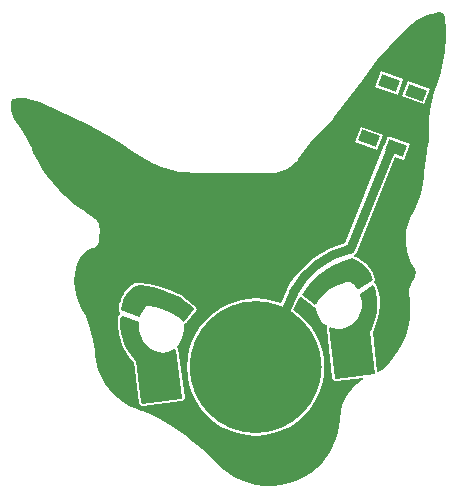
<source format=gbl>
G04*
G04 #@! TF.GenerationSoftware,Altium Limited,Altium Designer,24.4.1 (13)*
G04*
G04 Layer_Physical_Order=2*
G04 Layer_Color=16711680*
%FSLAX44Y44*%
%MOMM*%
G71*
G04*
G04 #@! TF.SameCoordinates,0AE1F543-7B87-48E8-90D5-0DFDE8F72AC0*
G04*
G04*
G04 #@! TF.FilePolarity,Positive*
G04*
G01*
G75*
%ADD13C,0.2000*%
%ADD14C,0.8000*%
G04:AMPARAMS|DCode=15|XSize=3.6mm|YSize=3.2mm|CornerRadius=0mm|HoleSize=0mm|Usage=FLASHONLY|Rotation=277.000|XOffset=0mm|YOffset=0mm|HoleType=Round|Shape=Rectangle|*
%AMROTATEDRECTD15*
4,1,4,-1.8074,1.5916,1.3687,1.9816,1.8074,-1.5916,-1.3687,-1.9816,-1.8074,1.5916,0.0*
%
%ADD15ROTATEDRECTD15*%

%ADD16P,1.1314X4X265.0*%
%ADD17P,1.1314X4X385.0*%
G04:AMPARAMS|DCode=18|XSize=1.6mm|YSize=1mm|CornerRadius=0mm|HoleSize=0mm|Usage=FLASHONLY|Rotation=160.000|XOffset=0mm|YOffset=0mm|HoleType=Round|Shape=Rectangle|*
%AMROTATEDRECTD18*
4,1,4,0.9228,0.1962,0.5808,-0.7435,-0.9228,-0.1962,-0.5808,0.7435,0.9228,0.1962,0.0*
%
%ADD18ROTATEDRECTD18*%

%ADD19R,12.0000X6.0000*%
%ADD20C,1.2000*%
G36*
X365830Y403418D02*
X366696Y403056D01*
X367472Y402530D01*
X368129Y401861D01*
X368641Y401075D01*
X368986Y400203D01*
X369069Y399742D01*
X369079Y399716D01*
X369079Y399688D01*
X369708Y396572D01*
X370391Y390253D01*
X370493Y383896D01*
X370015Y377558D01*
X369487Y374423D01*
X369489Y374345D01*
X369465Y374270D01*
X368997Y369871D01*
X367540Y361143D01*
X365569Y352518D01*
X363089Y344024D01*
X361600Y339858D01*
X361591Y339800D01*
X361564Y339749D01*
X360404Y335978D01*
X360397Y335909D01*
X360368Y335847D01*
X358454Y328192D01*
X358450Y328101D01*
X358417Y328015D01*
X357052Y320244D01*
X357054Y320152D01*
X357027Y320065D01*
X356217Y312216D01*
X356224Y312148D01*
X356207Y312081D01*
X356012Y308140D01*
X356023Y308067D01*
X356009Y307995D01*
X356029Y305410D01*
X355857Y300241D01*
X355474Y295086D01*
X354882Y289949D01*
X354493Y287468D01*
X353920Y284824D01*
X353919Y284781D01*
X353903Y284741D01*
X352908Y279273D01*
X352909Y279215D01*
X352890Y279160D01*
X352139Y273654D01*
X352142Y273596D01*
X352126Y273541D01*
X351621Y268006D01*
X351626Y267963D01*
X351615Y267921D01*
X351456Y265157D01*
X351311Y262932D01*
X350752Y258488D01*
X349928Y254085D01*
X348843Y249740D01*
X347500Y245467D01*
X345904Y241282D01*
X344061Y237200D01*
X341977Y233235D01*
X340819Y231319D01*
X340768Y231179D01*
X340681Y231059D01*
X339601Y228693D01*
X339574Y228576D01*
X339513Y228473D01*
X337802Y223564D01*
X337780Y223406D01*
X337716Y223260D01*
X336626Y218176D01*
X336623Y218017D01*
X336579Y217864D01*
X336125Y212685D01*
X336143Y212526D01*
X336117Y212369D01*
X336308Y207174D01*
X336345Y207019D01*
X336339Y206859D01*
X337171Y201727D01*
X337227Y201578D01*
X337241Y201419D01*
X338701Y196430D01*
X338775Y196288D01*
X338808Y196132D01*
X340874Y191362D01*
X340943Y191263D01*
X340979Y191149D01*
X342229Y188869D01*
X342363Y188710D01*
X342456Y188525D01*
X342914Y187939D01*
X343637Y186638D01*
X344148Y185240D01*
X344435Y183781D01*
X344492Y182293D01*
X344316Y180816D01*
X343912Y179384D01*
X343291Y178032D01*
X342878Y177412D01*
X342868Y177386D01*
X342848Y177365D01*
X341863Y175813D01*
X341792Y175631D01*
X341681Y175472D01*
X340205Y172108D01*
X340149Y171856D01*
X340047Y171618D01*
X339277Y168027D01*
X339273Y167768D01*
X339221Y167515D01*
X339189Y163842D01*
X339225Y163651D01*
X339215Y163456D01*
X339474Y161658D01*
X339927Y158072D01*
X340078Y150799D01*
X339464Y143551D01*
X338093Y136407D01*
X335980Y129446D01*
X333148Y122746D01*
X329629Y116379D01*
X325461Y110417D01*
X323076Y107671D01*
X323068Y107658D01*
X323056Y107648D01*
X320985Y105206D01*
X316225Y100920D01*
X312959Y98693D01*
X311805Y99223D01*
X308100Y132570D01*
X309052Y134251D01*
X309087Y134359D01*
X309151Y134452D01*
X311195Y139218D01*
X311219Y139328D01*
X311272Y139428D01*
X312780Y144389D01*
X312791Y144502D01*
X312833Y144607D01*
X313787Y149704D01*
X313785Y149817D01*
X313816Y149927D01*
X314203Y155097D01*
X314190Y155210D01*
X314208Y155321D01*
X314025Y160503D01*
X313999Y160613D01*
X314005Y160727D01*
X313254Y165857D01*
X313216Y165964D01*
X313209Y166077D01*
X311900Y171094D01*
X311850Y171196D01*
X311831Y171308D01*
X311343Y172582D01*
X311273Y172693D01*
X311234Y172820D01*
X311063Y173027D01*
X310920Y173255D01*
X310812Y173331D01*
X310728Y173433D01*
X310490Y173559D01*
X310270Y173715D01*
X310141Y173744D01*
X310025Y173806D01*
X309453Y173978D01*
X309187Y175247D01*
X309226Y175370D01*
X309468Y175642D01*
X309720Y175904D01*
X309732Y175937D01*
X309756Y175963D01*
X309876Y176306D01*
X310008Y176646D01*
X310007Y176681D01*
X310019Y176714D01*
X309999Y177077D01*
X309991Y177441D01*
X309977Y177473D01*
X309975Y177509D01*
X309571Y179075D01*
X309515Y179192D01*
X309492Y179319D01*
X308297Y182325D01*
X308226Y182434D01*
X308187Y182558D01*
X306624Y185389D01*
X306540Y185488D01*
X306485Y185606D01*
X304578Y188218D01*
X304483Y188306D01*
X304414Y188416D01*
X302193Y190768D01*
X302087Y190843D01*
X302005Y190943D01*
X299506Y192997D01*
X299391Y193058D01*
X299297Y193147D01*
X296559Y194869D01*
X296438Y194916D01*
X296333Y194992D01*
X293401Y196357D01*
X293275Y196387D01*
X293161Y196450D01*
X292574Y196638D01*
X292361Y197990D01*
X292371Y198036D01*
X293326Y198674D01*
X293342Y198698D01*
X293366Y198715D01*
X294004Y199690D01*
X294652Y200659D01*
X294657Y200687D01*
X294673Y200711D01*
X327131Y281171D01*
X334729Y278405D01*
X339517Y291561D01*
X320723Y298402D01*
X318344Y291864D01*
X318247Y291747D01*
X318143Y291413D01*
X317952Y291120D01*
X284427Y208016D01*
X279605Y206627D01*
X271349Y203207D01*
X263527Y198884D01*
X256239Y193713D01*
X249575Y187758D01*
X243620Y181094D01*
X238449Y173806D01*
X235940Y169266D01*
X235528Y168736D01*
X235528Y168736D01*
X235500Y168632D01*
X235437Y168545D01*
X230183Y157060D01*
X224044Y159144D01*
X216587Y160627D01*
X209000Y161124D01*
X201413Y160627D01*
X193956Y159144D01*
X186757Y156700D01*
X179938Y153337D01*
X173616Y149113D01*
X167900Y144100D01*
X162887Y138384D01*
X158663Y132062D01*
X155300Y125243D01*
X152856Y118044D01*
X151373Y110587D01*
X150876Y103000D01*
X151373Y95413D01*
X152856Y87956D01*
X155300Y80757D01*
X158663Y73938D01*
X162887Y67616D01*
X167900Y61900D01*
X173616Y56887D01*
X179938Y52663D01*
X186757Y49300D01*
X193956Y46856D01*
X201413Y45373D01*
X209000Y44876D01*
X216587Y45373D01*
X224044Y46856D01*
X231243Y49300D01*
X238062Y52663D01*
X244384Y56887D01*
X250100Y61900D01*
X255113Y67616D01*
X259337Y73938D01*
X262700Y80757D01*
X265144Y87956D01*
X266627Y95413D01*
X267124Y103000D01*
X266627Y110587D01*
X265144Y118044D01*
X262700Y125243D01*
X259337Y132062D01*
X255113Y138384D01*
X250100Y144100D01*
X244384Y149113D01*
X241028Y151356D01*
X245726Y161625D01*
X245745Y161644D01*
X245922Y161769D01*
X247287Y161985D01*
X257446Y154366D01*
X257577Y154304D01*
X257688Y154210D01*
X257933Y154133D01*
X258164Y154022D01*
X258309Y154014D01*
X258447Y153971D01*
X258780Y153934D01*
X259882Y153200D01*
X259920Y153145D01*
X260043Y152814D01*
X260769Y149166D01*
X262276Y145526D01*
X264465Y142251D01*
X267251Y139465D01*
X269112Y138222D01*
X269251Y137942D01*
X269354Y137482D01*
X269321Y136681D01*
X269236Y136437D01*
X269118Y136207D01*
X269107Y136065D01*
X269060Y135930D01*
X269074Y135672D01*
X269053Y135414D01*
X273853Y93821D01*
X273853Y93820D01*
X273853Y93819D01*
X273973Y93447D01*
X274096Y93064D01*
X274097Y93063D01*
X274097Y93062D01*
X274347Y92768D01*
X274611Y92457D01*
X274612Y92457D01*
X274613Y92456D01*
X275351Y91872D01*
X275457Y91010D01*
X276619Y91152D01*
X276895Y91130D01*
X277291Y91099D01*
X277292Y91099D01*
X277293Y91099D01*
X300145Y93787D01*
X300541Y92555D01*
X299488Y91975D01*
X299383Y91887D01*
X299257Y91832D01*
X294988Y88847D01*
X294862Y88716D01*
X294707Y88619D01*
X290904Y85061D01*
X290798Y84912D01*
X290658Y84795D01*
X287397Y80733D01*
X287313Y80572D01*
X287191Y80436D01*
X284539Y75953D01*
X284478Y75781D01*
X284377Y75629D01*
X282386Y70816D01*
X282351Y70637D01*
X282272Y70473D01*
X280983Y65426D01*
X280973Y65244D01*
X280918Y65070D01*
X280357Y59892D01*
X280369Y59755D01*
X280342Y59621D01*
X280339Y57141D01*
X280006Y53837D01*
X278574Y47092D01*
X276419Y40542D01*
X273566Y34265D01*
X271811Y31306D01*
X270035Y28354D01*
X265817Y22880D01*
X261000Y17925D01*
X255647Y13555D01*
X249828Y9827D01*
X243622Y6790D01*
X237107Y4484D01*
X230372Y2939D01*
X223504Y2176D01*
X216594Y2204D01*
X209732Y3024D01*
X203010Y4625D01*
X196515Y6985D01*
X190334Y10074D01*
X184547Y13850D01*
X179230Y18264D01*
X176849Y20754D01*
X173621Y24197D01*
X173581Y24226D01*
X173553Y24267D01*
X166816Y30918D01*
X166760Y30955D01*
X166720Y31008D01*
X159651Y37305D01*
X159594Y37338D01*
X159551Y37389D01*
X152167Y43314D01*
X152108Y43345D01*
X152063Y43394D01*
X144385Y48932D01*
X144325Y48960D01*
X144277Y49006D01*
X136325Y54143D01*
X136263Y54167D01*
X136213Y54211D01*
X128007Y58932D01*
X127944Y58954D01*
X127892Y58995D01*
X119455Y63289D01*
X119407Y63302D01*
X119366Y63331D01*
X115068Y65314D01*
X114816Y65375D01*
X114580Y65482D01*
X111876Y66115D01*
X106625Y67930D01*
X101589Y70276D01*
X96821Y73127D01*
X92371Y76454D01*
X88287Y80220D01*
X84613Y84388D01*
X81387Y88911D01*
X78643Y93741D01*
X76410Y98829D01*
X74714Y104119D01*
X73570Y109556D01*
X73282Y112305D01*
X72863Y116796D01*
X72839Y116876D01*
X72842Y116961D01*
X71417Y125897D01*
X71378Y126002D01*
X71373Y126114D01*
X69176Y134892D01*
X69128Y134993D01*
X69113Y135105D01*
X66161Y143659D01*
X66119Y143731D01*
X66102Y143814D01*
X64350Y147987D01*
X64214Y148189D01*
X64121Y148414D01*
X62215Y151272D01*
X59197Y157444D01*
X57024Y163962D01*
X55735Y170711D01*
X55550Y174043D01*
X55604Y176524D01*
X56144Y181656D01*
X57110Y186724D01*
X58494Y191695D01*
X59303Y193879D01*
X60201Y195341D01*
X62765Y198324D01*
X65767Y200865D01*
X69134Y202899D01*
X70895Y203613D01*
X71644Y203871D01*
X71909Y204027D01*
X72195Y204140D01*
X73630Y205069D01*
X73923Y205354D01*
X74236Y205617D01*
X75304Y206952D01*
X75492Y207314D01*
X75705Y207663D01*
X76296Y209267D01*
X76344Y209571D01*
X76437Y209864D01*
X76533Y210716D01*
X76524Y210819D01*
X76548Y210920D01*
X76860Y220920D01*
X76842Y221029D01*
X76857Y221138D01*
X76819Y221847D01*
X76767Y222049D01*
X76763Y222257D01*
X76458Y223642D01*
X76347Y223895D01*
X76282Y224164D01*
X75687Y225452D01*
X75524Y225675D01*
X75403Y225924D01*
X74545Y227053D01*
X74389Y227191D01*
X74269Y227361D01*
X73753Y227850D01*
X73650Y227915D01*
X73569Y228008D01*
X71519Y229611D01*
X71494Y229623D01*
X71476Y229643D01*
X67309Y232761D01*
X67277Y232777D01*
X67252Y232803D01*
X63000Y235804D01*
X62967Y235819D01*
X62942Y235844D01*
X58608Y238727D01*
X58583Y238737D01*
X58563Y238755D01*
X56469Y240086D01*
X53534Y242367D01*
X47780Y247448D01*
X42356Y252878D01*
X37282Y258638D01*
X32578Y264703D01*
X28263Y271051D01*
X24354Y277656D01*
X20865Y284493D01*
X19338Y288014D01*
X19324Y288035D01*
X19318Y288060D01*
X18058Y290814D01*
X18029Y290855D01*
X18016Y290903D01*
X15286Y296310D01*
X15244Y296362D01*
X15223Y296425D01*
X12218Y301684D01*
X12175Y301734D01*
X12150Y301796D01*
X8878Y306893D01*
X8844Y306929D01*
X8824Y306975D01*
X7090Y309459D01*
X7018Y309528D01*
X6970Y309617D01*
X6136Y310634D01*
X4713Y312847D01*
X3556Y315211D01*
X2680Y317692D01*
X2097Y320257D01*
X1815Y322874D01*
X1837Y325505D01*
X2163Y328116D01*
X2445Y329269D01*
X2516Y329383D01*
X2617Y329484D01*
X2738Y329559D01*
X2748Y329563D01*
X4149Y329957D01*
X7135Y330486D01*
X10157Y330718D01*
X13189Y330652D01*
X14683Y330471D01*
X16446Y330244D01*
X19946Y329528D01*
X23384Y328555D01*
X26740Y327332D01*
X28342Y326610D01*
X67868Y307716D01*
X73638Y304752D01*
X85040Y298412D01*
X96227Y291700D01*
X107187Y284622D01*
X112548Y280905D01*
X112606Y280880D01*
X112652Y280837D01*
X115226Y279233D01*
X115294Y279207D01*
X115350Y279160D01*
X120670Y276248D01*
X120763Y276219D01*
X120841Y276163D01*
X126365Y273658D01*
X126459Y273636D01*
X126542Y273586D01*
X132238Y271503D01*
X132333Y271488D01*
X132420Y271444D01*
X138256Y269795D01*
X138353Y269787D01*
X138442Y269749D01*
X144386Y268543D01*
X144483Y268542D01*
X144575Y268512D01*
X150592Y267755D01*
X150688Y267762D01*
X150783Y267738D01*
X156840Y267435D01*
X156912Y267446D01*
X156983Y267432D01*
X160008Y267451D01*
X225000Y267451D01*
X225239Y267499D01*
X225482Y267497D01*
X228079Y267998D01*
X228244Y268064D01*
X228420Y268088D01*
X233421Y269793D01*
X233625Y269911D01*
X233849Y269984D01*
X238454Y272577D01*
X238633Y272731D01*
X238839Y272844D01*
X242891Y276236D01*
X243002Y276374D01*
X243145Y276480D01*
X244919Y278441D01*
X245062Y278679D01*
X245244Y278889D01*
X247350Y282583D01*
X252166Y289593D01*
X257552Y296176D01*
X263471Y302284D01*
X266675Y305079D01*
X266678Y305082D01*
X266681Y305084D01*
X267816Y306080D01*
X267858Y306134D01*
X267916Y306172D01*
X270077Y308281D01*
X270129Y308356D01*
X270202Y308412D01*
X272208Y310669D01*
X272254Y310748D01*
X272323Y310808D01*
X274165Y313202D01*
X274195Y313263D01*
X274244Y313311D01*
X275059Y314496D01*
X299015Y345440D01*
X299041Y345490D01*
X299081Y345529D01*
X303248Y351423D01*
X312144Y362793D01*
X321580Y373719D01*
X331534Y384175D01*
X336759Y389155D01*
X336807Y389223D01*
X336874Y389272D01*
X338174Y390682D01*
X340999Y393275D01*
X344031Y395623D01*
X347248Y397710D01*
X350629Y399520D01*
X354148Y401043D01*
X357783Y402266D01*
X361507Y403182D01*
X363400Y403483D01*
X363455Y403503D01*
X363513Y403503D01*
X363972Y403598D01*
X364910Y403601D01*
X365830Y403418D01*
D02*
G37*
G36*
X292540Y194508D02*
X295473Y193144D01*
X298211Y191421D01*
X300710Y189368D01*
X302931Y187016D01*
X304839Y184404D01*
X306402Y181572D01*
X307596Y178566D01*
X308000Y177000D01*
X296396Y168877D01*
X294921Y169149D01*
X293317Y171518D01*
X292000Y173000D01*
X292000Y173000D01*
X291593Y173592D01*
X290470Y174490D01*
X289135Y175024D01*
X287703Y175148D01*
X287000Y175000D01*
X285271Y174632D01*
X281884Y173625D01*
X278587Y172351D01*
X275402Y170818D01*
X272349Y169037D01*
X269447Y167019D01*
X266716Y164776D01*
X264171Y162324D01*
X263000Y161000D01*
X262433Y160367D01*
X261478Y158961D01*
X260718Y157441D01*
X260417Y156562D01*
X259248Y156005D01*
X259002Y155961D01*
X258670Y155998D01*
X248000Y164000D01*
X248000Y164000D01*
X249819Y166870D01*
X253986Y172236D01*
X258645Y177182D01*
X263753Y181662D01*
X269265Y185636D01*
X275129Y189067D01*
X281294Y191924D01*
X287703Y194181D01*
X291000Y195000D01*
X292540Y194508D01*
D02*
G37*
G36*
X309439Y171853D02*
X309927Y170579D01*
X311236Y165562D01*
X311987Y160431D01*
X312170Y155250D01*
X311782Y150079D01*
X310829Y144982D01*
X309321Y140021D01*
X307277Y135256D01*
X306709Y134253D01*
X306000Y133000D01*
X306000Y133000D01*
X310000Y97000D01*
X277055Y93124D01*
X275878Y94055D01*
X271079Y135648D01*
X272276Y136551D01*
X274166Y135769D01*
X278030Y135000D01*
X280000D01*
Y135000D01*
X282118Y135246D01*
X286175Y136555D01*
X289900Y138631D01*
X293147Y141393D01*
X295794Y144736D01*
X297737Y148531D01*
X298903Y152633D01*
X299246Y156882D01*
X299000Y159000D01*
X298605Y160942D01*
X297335Y164625D01*
X308002Y172284D01*
X309439Y171853D01*
D02*
G37*
G36*
X219753Y157059D02*
X226717Y155193D01*
X233378Y152434D01*
X239622Y148829D01*
X245342Y144440D01*
X250440Y139342D01*
X254829Y133622D01*
X258434Y127378D01*
X261193Y120717D01*
X263059Y113753D01*
X264000Y106605D01*
Y103000D01*
Y99395D01*
X263059Y92247D01*
X261193Y85283D01*
X258434Y78622D01*
X254829Y72378D01*
X250440Y66658D01*
X245342Y61560D01*
X239622Y57171D01*
X233378Y53566D01*
X226717Y50807D01*
X219753Y48941D01*
X212605Y48000D01*
X205395D01*
X198247Y48941D01*
X191283Y50807D01*
X184622Y53566D01*
X178378Y57171D01*
X172658Y61560D01*
X167560Y66658D01*
X163171Y72378D01*
X159566Y78622D01*
X156807Y85283D01*
X154941Y92247D01*
X154000Y99395D01*
Y103000D01*
Y106605D01*
X154941Y113753D01*
X156807Y120717D01*
X159566Y127378D01*
X163171Y133622D01*
X167560Y139342D01*
X172658Y144440D01*
X178378Y148829D01*
X184622Y152434D01*
X191283Y155193D01*
X198247Y157059D01*
X205395Y158000D01*
X212605D01*
X219753Y157059D01*
D02*
G37*
%LPC*%
G36*
X315271Y353595D02*
X310483Y340439D01*
X329277Y333599D01*
X334065Y346754D01*
X315271Y353595D01*
D02*
G37*
G36*
X337824Y345386D02*
X333036Y332230D01*
X351830Y325390D01*
X356618Y338546D01*
X337824Y345386D01*
D02*
G37*
G36*
X298170Y306610D02*
X293382Y293454D01*
X312176Y286614D01*
X316964Y299770D01*
X298170Y306610D01*
D02*
G37*
G36*
X110691Y174121D02*
X106957Y174039D01*
X106954Y174038D01*
X106954Y174038D01*
X106757Y173994D01*
X106742Y173994D01*
X106560Y173990D01*
X106558Y173989D01*
X106554Y173989D01*
X106552Y173989D01*
X106371Y173909D01*
X106180Y173866D01*
X106180Y173866D01*
X106177Y173865D01*
X106175Y173864D01*
X106013Y173751D01*
X105831Y173671D01*
X104551Y172777D01*
X104472Y172695D01*
X104373Y172638D01*
X102022Y170576D01*
X101952Y170486D01*
X101861Y170419D01*
X99751Y168110D01*
X99692Y168013D01*
X99609Y167935D01*
X97767Y165408D01*
X97719Y165304D01*
X97644Y165219D01*
X96093Y162503D01*
X96056Y162395D01*
X95992Y162302D01*
X94749Y159432D01*
X94725Y159320D01*
X94671Y159220D01*
X93753Y156230D01*
X93742Y156117D01*
X93699Y156012D01*
X93116Y152939D01*
X93117Y152825D01*
X93087Y152715D01*
X92977Y151288D01*
X92989Y151185D01*
X92985Y151167D01*
X92989Y151129D01*
X92977Y151055D01*
X92979Y150957D01*
X93019Y150783D01*
X93021Y150681D01*
X93027Y150659D01*
X93053Y150600D01*
X93080Y150378D01*
X93132Y150285D01*
X93155Y150181D01*
X93326Y149940D01*
X93470Y149684D01*
X93553Y149618D01*
X93615Y149531D01*
X93804Y149412D01*
X93847Y149363D01*
X93865Y149349D01*
X93956Y149302D01*
X94095Y149193D01*
X94183Y149148D01*
X94255Y149128D01*
X94288Y149107D01*
X94306Y149104D01*
X94394Y149048D01*
X94483Y147654D01*
X93761Y147237D01*
X93669Y147156D01*
X93558Y147103D01*
X93372Y146896D01*
X93163Y146712D01*
X93109Y146602D01*
X93027Y146511D01*
X92935Y146248D01*
X92812Y145998D01*
X92804Y145876D01*
X92763Y145760D01*
X92548Y144255D01*
X92555Y144119D01*
X92528Y143985D01*
X92474Y137857D01*
X92499Y137723D01*
X92490Y137586D01*
X93250Y131506D01*
X93293Y131376D01*
X93301Y131240D01*
X94861Y125314D01*
X94921Y125191D01*
X94948Y125057D01*
X96096Y122269D01*
X96846Y120168D01*
X96911Y120060D01*
X96944Y119938D01*
X98990Y115865D01*
X99068Y115766D01*
X99116Y115650D01*
X101644Y111857D01*
X101733Y111768D01*
X101795Y111658D01*
X104768Y108203D01*
X104867Y108125D01*
X104942Y108024D01*
X106058Y107009D01*
X109856Y72831D01*
X109856Y72829D01*
X109856Y72828D01*
X109976Y72452D01*
X110096Y72072D01*
X110098Y72071D01*
X110098Y72069D01*
X110348Y71774D01*
X110609Y71463D01*
X110610Y71463D01*
X110611Y71462D01*
X111784Y70526D01*
X111785Y70526D01*
X111787Y70524D01*
X112149Y70338D01*
X112491Y70161D01*
X112493Y70161D01*
X112494Y70160D01*
X112894Y70127D01*
X113284Y70094D01*
X113285Y70095D01*
X113287Y70095D01*
X146168Y73853D01*
X146177Y73855D01*
X146186Y73855D01*
X146556Y73977D01*
X146926Y74095D01*
X146933Y74101D01*
X146942Y74104D01*
X147236Y74358D01*
X147533Y74610D01*
X147537Y74618D01*
X147544Y74624D01*
X148467Y75806D01*
X148471Y75814D01*
X148478Y75820D01*
X148650Y76168D01*
X148825Y76517D01*
X148826Y76526D01*
X148830Y76534D01*
X148855Y76921D01*
X148884Y77310D01*
X148881Y77319D01*
X148882Y77328D01*
X143502Y118057D01*
X143411Y118324D01*
X143352Y118601D01*
X143284Y118698D01*
X143246Y118810D01*
X143060Y119023D01*
X142899Y119255D01*
X142709Y120024D01*
X142699Y120499D01*
X142764Y120768D01*
X142775Y120791D01*
X144230Y122561D01*
X145000Y124000D01*
X145000Y124000D01*
X145000Y124000D01*
X145985Y125959D01*
X147367Y130121D01*
X148129Y134439D01*
X148256Y138822D01*
X148189Y139389D01*
X148260Y139419D01*
X148480Y139469D01*
X148624Y139571D01*
X148787Y139639D01*
X148891Y139709D01*
X148952Y139770D01*
X149028Y139809D01*
X149070Y139842D01*
X149322Y139947D01*
X149322Y139947D01*
X149640Y140051D01*
X149733Y140102D01*
X149951Y140158D01*
X150004Y140197D01*
X150066Y140218D01*
X150238Y140364D01*
X150333Y140410D01*
X150401Y140460D01*
X150495Y140565D01*
X150588Y140635D01*
X150628Y140680D01*
X150649Y140715D01*
X150672Y140734D01*
X150675Y140740D01*
X150779Y140829D01*
X158476Y150579D01*
X158501Y150628D01*
X158586Y150736D01*
X158652Y150865D01*
X158692Y150915D01*
X158717Y150964D01*
X158726Y150996D01*
X158850Y151173D01*
X158882Y151315D01*
X158948Y151444D01*
X158968Y151699D01*
X159024Y151949D01*
X159000Y152092D01*
X159011Y152238D01*
X158932Y152481D01*
X158889Y152733D01*
X158811Y152856D01*
X158766Y152994D01*
X158626Y153158D01*
X158614Y153190D01*
X158584Y153236D01*
X158541Y153282D01*
X158463Y153405D01*
X158368Y153505D01*
X158368Y153505D01*
X158339Y153551D01*
X156282Y155712D01*
X156188Y155778D01*
X156117Y155867D01*
X151242Y159965D01*
X151142Y160020D01*
X151061Y160101D01*
X145762Y163634D01*
X145656Y163677D01*
X145567Y163749D01*
X139909Y166672D01*
X139800Y166704D01*
X139703Y166765D01*
X136791Y167881D01*
X133453Y169412D01*
X133340Y169439D01*
X133239Y169496D01*
X126136Y171827D01*
X126021Y171841D01*
X125914Y171886D01*
X118594Y173400D01*
X118477Y173401D01*
X118366Y173434D01*
X110922Y174113D01*
X110806Y174101D01*
X110691Y174121D01*
D02*
G37*
%LPD*%
G36*
X118181Y171404D02*
X125500Y169889D01*
X132603Y167558D01*
X136000Y166000D01*
X138973Y164861D01*
X144631Y161937D01*
X149930Y158404D01*
X154805Y154306D01*
X156861Y152145D01*
X156891Y152099D01*
X156986Y151999D01*
X156901Y151891D01*
X156875Y151842D01*
X149178Y142093D01*
X149111Y142042D01*
X149071Y141997D01*
X149011Y141990D01*
X148693Y141887D01*
X148620Y141846D01*
X148538Y141830D01*
X148154Y141670D01*
X148083Y141622D01*
X148001Y141598D01*
X147755Y141402D01*
X147650Y141332D01*
X146427Y142491D01*
X143043Y145201D01*
X139445Y147618D01*
X135657Y149726D01*
X131707Y151510D01*
X127621Y152957D01*
X123428Y154059D01*
X119159Y154806D01*
X117000Y155000D01*
X116383Y154481D01*
X115256Y153328D01*
X114249Y152068D01*
X113370Y150716D01*
X113000Y150000D01*
X111857Y147914D01*
X111239Y145951D01*
X109888Y145298D01*
X95124Y150953D01*
X95106Y150967D01*
X95018Y151011D01*
X95015Y151110D01*
X95010Y151132D01*
X95120Y152559D01*
X95702Y155632D01*
X96621Y158621D01*
X97863Y161491D01*
X99415Y164207D01*
X101257Y166734D01*
X103366Y169043D01*
X105718Y171105D01*
X106998Y171999D01*
X107000Y172000D01*
X107002Y172000D01*
X110737Y172083D01*
X118181Y171404D01*
D02*
G37*
G36*
X110163Y140935D02*
X109913Y138646D01*
X110330Y133906D01*
X111664Y129339D01*
X113863Y125120D01*
X116843Y121411D01*
X120490Y118355D01*
X122576Y117212D01*
X124014Y116442D01*
X127137Y115493D01*
X130384Y115171D01*
X133632Y115489D01*
X136755Y116434D01*
X139634Y117971D01*
X140086Y118341D01*
X141481Y117790D01*
X146860Y77061D01*
X145937Y75879D01*
X113055Y72121D01*
X111883Y73056D01*
X108000Y108000D01*
X106314Y109533D01*
X103341Y112988D01*
X100813Y116781D01*
X98766Y120854D01*
X98000Y123000D01*
X98000Y123000D01*
X98000Y123000D01*
X96833Y125833D01*
X95273Y131759D01*
X94513Y137839D01*
X94567Y143967D01*
X94782Y145472D01*
X96433Y146427D01*
X110163Y140935D01*
D02*
G37*
D13*
X264000Y103000D02*
G03*
X264000Y103000I-55000J0D01*
G01*
D14*
X289000Y203000D02*
G03*
X241000Y166000I16925J-71592D01*
G01*
X241000Y166000D02*
X241000Y166000D01*
X234478Y151743D02*
X241000Y166000D01*
X219204Y118358D02*
X234478Y151743D01*
X209000Y103000D02*
X219204Y118358D01*
X289000Y203000D02*
X323625Y288832D01*
X327726Y288403D01*
X325613Y288108D02*
X327726Y288403D01*
D15*
X290885Y113054D02*
D03*
X209000Y103000D02*
D03*
X127115Y92946D02*
D03*
D16*
X300680Y180697D02*
D03*
X313320Y191303D02*
D03*
D17*
X102752Y154178D02*
D03*
X87247Y159822D02*
D03*
D18*
X322274Y343597D02*
D03*
X313724Y320104D02*
D03*
X305173Y296612D02*
D03*
X344827Y335388D02*
D03*
X336276Y311896D02*
D03*
X327726Y288403D02*
D03*
D19*
X180000Y235000D02*
D03*
D20*
X269000Y176000D02*
D03*
X137000Y157000D02*
D03*
X301000Y140000D02*
D03*
X109000Y118000D02*
D03*
M02*

</source>
